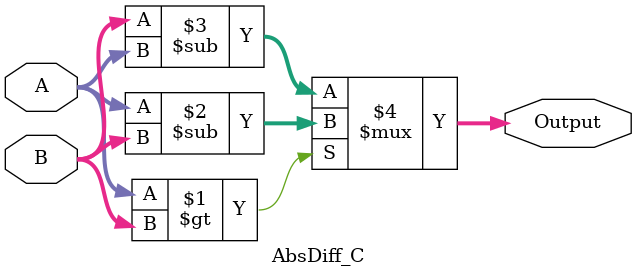
<source format=v>
`timescale 1ns / 1ps


module AbsDiff_C(A, B, 
                 Output);

input [31:0] A, B;
output [31:0] Output;

assign Output = (A > B) ? A - B :
                          B - A;

endmodule

</source>
